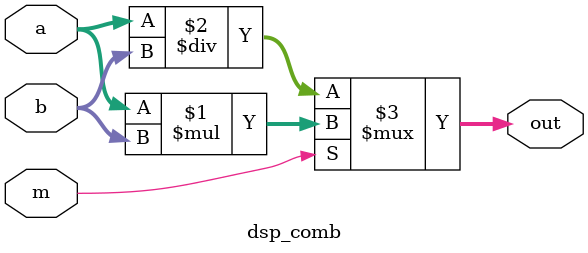
<source format=v>
module dsp_comb (
	a, b, m,
	out
);
	localparam DATA_WIDTH = 64;

	input wire [DATA_WIDTH/2-1:0] a;
	input wire [DATA_WIDTH/2-1:0] b;
	input wire m;

	output wire [DATA_WIDTH-1:0] out;

	// Full adder combinational logic
	assign out = m ? a * b : a / b;
endmodule


</source>
